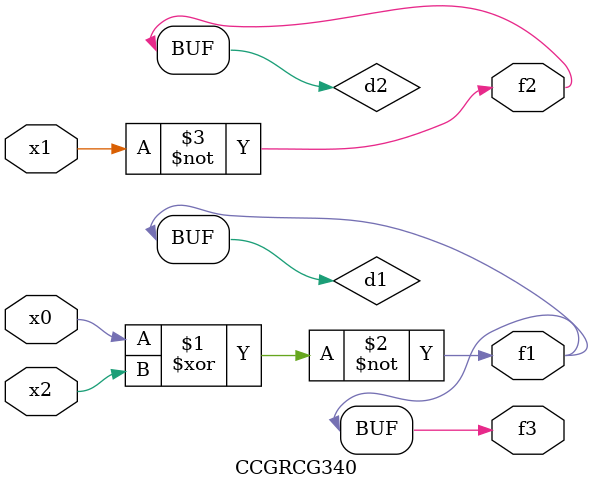
<source format=v>
module CCGRCG340(
	input x0, x1, x2,
	output f1, f2, f3
);

	wire d1, d2, d3;

	xnor (d1, x0, x2);
	nand (d2, x1);
	nor (d3, x1, x2);
	assign f1 = d1;
	assign f2 = d2;
	assign f3 = d1;
endmodule

</source>
